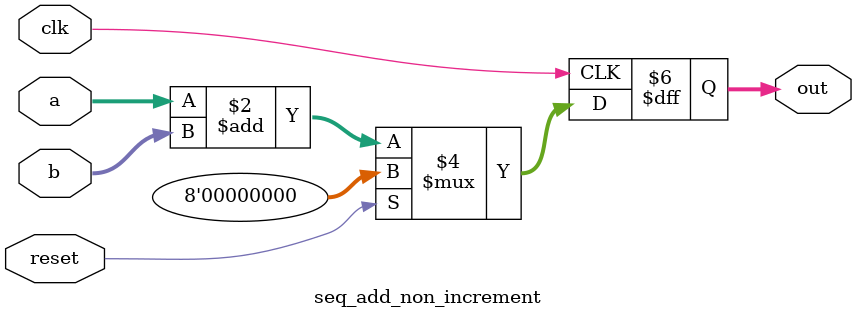
<source format=sv>

module seq_add_non_increment (
  output reg [7:0] out,
  input wire [7:0] a,
  input wire [7:0] b,
  input wire clk,
  input wire reset
);
always_ff @(posedge clk)
if (reset) begin
  out = 8'b0;
end else begin
  out = a + b;
end
endmodule

</source>
